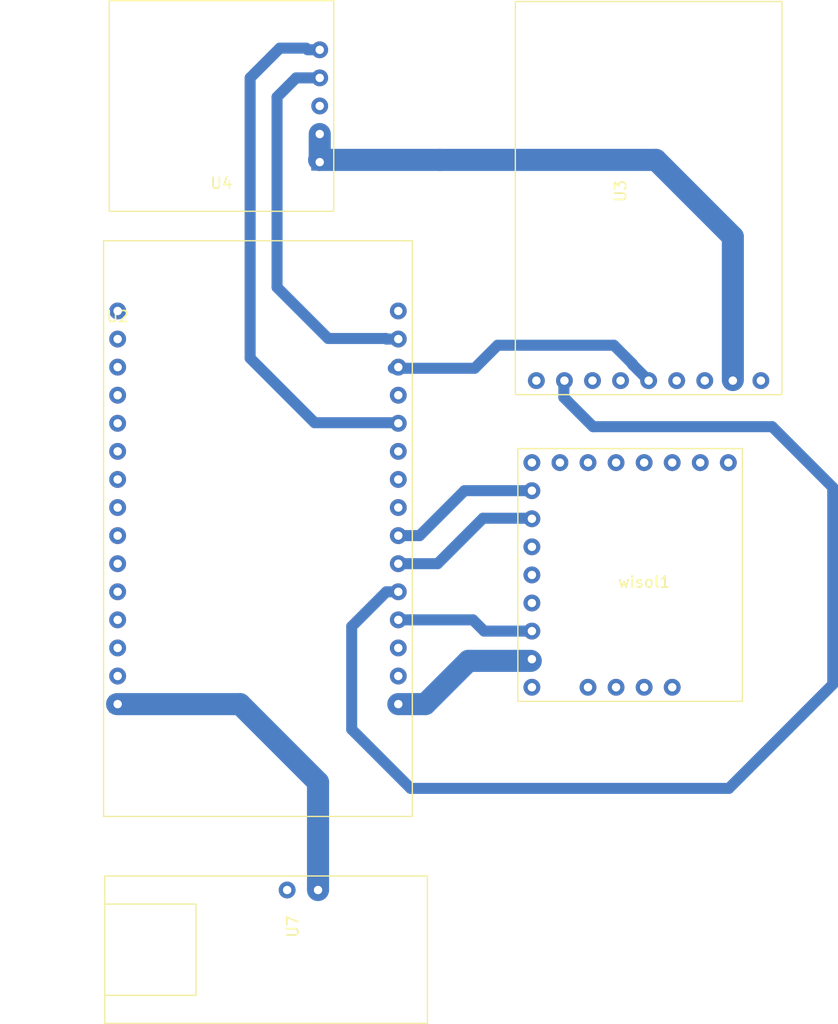
<source format=kicad_pcb>
(kicad_pcb (version 20171130) (host pcbnew "(5.1.4)-1")

  (general
    (thickness 1.6)
    (drawings 0)
    (tracks 53)
    (zones 0)
    (modules 5)
    (nets 12)
  )

  (page A4)
  (layers
    (0 F.Cu signal)
    (31 B.Cu signal)
    (32 B.Adhes user)
    (33 F.Adhes user)
    (34 B.Paste user)
    (35 F.Paste user)
    (36 B.SilkS user)
    (37 F.SilkS user)
    (38 B.Mask user)
    (39 F.Mask user)
    (40 Dwgs.User user)
    (41 Cmts.User user)
    (42 Eco1.User user)
    (43 Eco2.User user)
    (44 Edge.Cuts user)
    (45 Margin user)
    (46 B.CrtYd user)
    (47 F.CrtYd user)
    (48 B.Fab user)
    (49 F.Fab user)
  )

  (setup
    (last_trace_width 2)
    (user_trace_width 1)
    (user_trace_width 2)
    (trace_clearance 0.2)
    (zone_clearance 0.508)
    (zone_45_only no)
    (trace_min 0.2)
    (via_size 0.8)
    (via_drill 0.4)
    (via_min_size 0.4)
    (via_min_drill 0.3)
    (uvia_size 0.3)
    (uvia_drill 0.1)
    (uvias_allowed no)
    (uvia_min_size 0.2)
    (uvia_min_drill 0.1)
    (edge_width 0.05)
    (segment_width 0.2)
    (pcb_text_width 0.3)
    (pcb_text_size 1.5 1.5)
    (mod_edge_width 0.12)
    (mod_text_size 1 1)
    (mod_text_width 0.15)
    (pad_size 1.524 1.524)
    (pad_drill 0.762)
    (pad_to_mask_clearance 0.051)
    (solder_mask_min_width 0.25)
    (aux_axis_origin 0 0)
    (visible_elements 7FFFFFFF)
    (pcbplotparams
      (layerselection 0x010fc_ffffffff)
      (usegerberextensions false)
      (usegerberattributes false)
      (usegerberadvancedattributes false)
      (creategerberjobfile false)
      (excludeedgelayer true)
      (linewidth 0.100000)
      (plotframeref false)
      (viasonmask false)
      (mode 1)
      (useauxorigin false)
      (hpglpennumber 1)
      (hpglpenspeed 20)
      (hpglpendiameter 15.000000)
      (psnegative false)
      (psa4output false)
      (plotreference true)
      (plotvalue true)
      (plotinvisibletext false)
      (padsonsilk false)
      (subtractmaskfromsilk false)
      (outputformat 1)
      (mirror false)
      (drillshape 1)
      (scaleselection 1)
      (outputdirectory ""))
  )

  (net 0 "")
  (net 1 TX0)
  (net 2 GND)
  (net 3 3.3V)
  (net 4 VBAT)
  (net 5 RX2)
  (net 6 TX2)
  (net 7 SDA)
  (net 8 SCL)
  (net 9 EN_GPS)
  (net 10 3V3)
  (net 11 RST_WSL)

  (net_class Default "Ceci est la Netclass par défaut."
    (clearance 0.2)
    (trace_width 0.25)
    (via_dia 0.8)
    (via_drill 0.4)
    (uvia_dia 0.3)
    (uvia_drill 0.1)
    (add_net 3.3V)
    (add_net 3V3)
    (add_net EN_GPS)
    (add_net GND)
    (add_net "Net-(U2-Pad1)")
    (add_net "Net-(U2-Pad10)")
    (add_net "Net-(U2-Pad11)")
    (add_net "Net-(U2-Pad12)")
    (add_net "Net-(U2-Pad13)")
    (add_net "Net-(U2-Pad14)")
    (add_net "Net-(U2-Pad18)")
    (add_net "Net-(U2-Pad2)")
    (add_net "Net-(U2-Pad23)")
    (add_net "Net-(U2-Pad24)")
    (add_net "Net-(U2-Pad25)")
    (add_net "Net-(U2-Pad27)")
    (add_net "Net-(U2-Pad3)")
    (add_net "Net-(U2-Pad30)")
    (add_net "Net-(U2-Pad4)")
    (add_net "Net-(U2-Pad5)")
    (add_net "Net-(U2-Pad6)")
    (add_net "Net-(U2-Pad7)")
    (add_net "Net-(U2-Pad8)")
    (add_net "Net-(U2-Pad9)")
    (add_net "Net-(U3-Pad1)")
    (add_net "Net-(U3-Pad3)")
    (add_net "Net-(U3-Pad4)")
    (add_net "Net-(U3-Pad6)")
    (add_net "Net-(U3-Pad9)")
    (add_net "Net-(wisol1-Pad10)")
    (add_net "Net-(wisol1-Pad11)")
    (add_net "Net-(wisol1-Pad12)")
    (add_net "Net-(wisol1-Pad13)")
    (add_net "Net-(wisol1-Pad14)")
    (add_net "Net-(wisol1-Pad15)")
    (add_net "Net-(wisol1-Pad16)")
    (add_net "Net-(wisol1-Pad17)")
    (add_net "Net-(wisol1-Pad18)")
    (add_net "Net-(wisol1-Pad3)")
    (add_net "Net-(wisol1-Pad4)")
    (add_net "Net-(wisol1-Pad5)")
    (add_net "Net-(wisol1-Pad9)")
    (add_net RST_WSL)
    (add_net RX2)
    (add_net SCL)
    (add_net SDA)
    (add_net TX0)
    (add_net TX2)
    (add_net VBAT)
  )

  (module track_chip:GPS_PA6H (layer F.Cu) (tedit 6023BC0C) (tstamp 60241757)
    (at 142.6972 84.5312 90)
    (path /60213494)
    (fp_text reference U3 (at 17.145 7.62 90) (layer F.SilkS)
      (effects (font (size 1 1) (thickness 0.15)))
    )
    (fp_text value GPS_PA6H (at 17.145 3.81 90) (layer F.Fab)
      (effects (font (size 1 1) (thickness 0.15)))
    )
    (fp_line (start -1.27 -0.635) (end -1.27 -1.905) (layer F.SilkS) (width 0.12))
    (fp_line (start 34.29 22.225) (end 34.29 20.955) (layer F.SilkS) (width 0.12))
    (fp_line (start 34.29 -1.905) (end 34.29 -1.27) (layer F.SilkS) (width 0.12))
    (fp_line (start -1.27 -0.635) (end -1.27 22.225) (layer F.SilkS) (width 0.12))
    (fp_line (start -1.27 22.225) (end 34.29 22.225) (layer F.SilkS) (width 0.12))
    (fp_line (start 34.29 -1.27) (end 34.29 20.955) (layer F.SilkS) (width 0.12))
    (fp_line (start -1.27 -1.905) (end 34.29 -1.905) (layer F.SilkS) (width 0.12))
    (pad 9 thru_hole circle (at 0 20.32 90) (size 1.524 1.524) (drill 0.762) (layers *.Cu *.Mask))
    (pad 8 thru_hole circle (at 0 17.78 90) (size 1.524 1.524) (drill 0.762) (layers *.Cu *.Mask)
      (net 3 3.3V))
    (pad 7 thru_hole circle (at 0 15.24 90) (size 1.524 1.524) (drill 0.762) (layers *.Cu *.Mask)
      (net 2 GND))
    (pad 6 thru_hole circle (at 0 12.7 90) (size 1.524 1.524) (drill 0.762) (layers *.Cu *.Mask))
    (pad 5 thru_hole circle (at 0 10.16 90) (size 1.524 1.524) (drill 0.762) (layers *.Cu *.Mask)
      (net 1 TX0))
    (pad 4 thru_hole circle (at 0 7.62 90) (size 1.524 1.524) (drill 0.762) (layers *.Cu *.Mask))
    (pad 3 thru_hole circle (at 0 5.08 90) (size 1.524 1.524) (drill 0.762) (layers *.Cu *.Mask))
    (pad 2 thru_hole circle (at 0 2.54 90) (size 1.524 1.524) (drill 0.762) (layers *.Cu *.Mask)
      (net 9 EN_GPS))
    (pad 1 thru_hole circle (at 0 0 90) (size 1.524 1.524) (drill 0.762) (layers *.Cu *.Mask))
  )

  (module track_chip:charger_mr010 (layer F.Cu) (tedit 60215261) (tstamp 6022B153)
    (at 122.682 130.6068 270)
    (path /60216DFB)
    (fp_text reference U7 (at 3.302 2.032 90) (layer F.SilkS)
      (effects (font (size 1 1) (thickness 0.15)))
    )
    (fp_text value charger_mr010 (at 0 -2.032 90) (layer F.Fab)
      (effects (font (size 1 1) (thickness 0.15)))
    )
    (fp_line (start -1.27 0) (end -1.27 -10.16) (layer F.SilkS) (width 0.12))
    (fp_line (start -1.27 -10.16) (end 12.065 -10.16) (layer F.SilkS) (width 0.12))
    (fp_line (start 12.065 -10.16) (end 12.065 0) (layer F.SilkS) (width 0.12))
    (fp_line (start -1.27 0) (end -1.27 19.05) (layer F.SilkS) (width 0.12))
    (fp_line (start -1.27 19.05) (end 12.065 19.05) (layer F.SilkS) (width 0.12))
    (fp_line (start 12.065 19.05) (end 12.065 0) (layer F.SilkS) (width 0.12))
    (fp_line (start 1.905 10.795) (end 9.525 10.795) (layer F.SilkS) (width 0.12))
    (fp_line (start 9.525 10.795) (end 9.525 19.05) (layer F.SilkS) (width 0.12))
    (fp_line (start 1.27 10.795) (end 1.905 10.795) (layer F.SilkS) (width 0.12))
    (fp_line (start 1.27 10.795) (end 1.27 19.05) (layer F.SilkS) (width 0.12))
    (pad 1 thru_hole circle (at 0 -0.254 270) (size 1.524 1.524) (drill 0.762) (layers *.Cu *.Mask)
      (net 4 VBAT))
    (pad 2 thru_hole circle (at 0 2.54 270) (size 1.524 1.524) (drill 0.762) (layers *.Cu *.Mask)
      (net 2 GND))
  )

  (module track_chip:esp32 (layer F.Cu) (tedit 6021140E) (tstamp 6021A644)
    (at 104.8004 78.232)
    (path /6021AB3C)
    (fp_text reference U2 (at 0 0.5) (layer F.SilkS)
      (effects (font (size 1 1) (thickness 0.15)))
    )
    (fp_text value esp32_NodeMCU-track_chip (at 0 -0.5) (layer F.Fab)
      (effects (font (size 1 1) (thickness 0.15)))
    )
    (fp_line (start -1.27 -6.35) (end 26.67 -6.35) (layer F.SilkS) (width 0.12))
    (fp_line (start -1.27 -6.35) (end -1.27 35.56) (layer F.SilkS) (width 0.12))
    (fp_line (start 26.67 -6.35) (end 26.67 35.56) (layer F.SilkS) (width 0.12))
    (fp_line (start 26.67 35.56) (end 26.67 45.72) (layer F.SilkS) (width 0.12))
    (fp_line (start 26.67 45.72) (end -1.27 45.72) (layer F.SilkS) (width 0.12))
    (fp_line (start -1.27 45.72) (end -1.27 35.56) (layer F.SilkS) (width 0.12))
    (pad 1 thru_hole circle (at 0 0) (size 1.524 1.524) (drill 0.762) (layers *.Cu *.Mask))
    (pad 2 thru_hole circle (at 0 2.54) (size 1.524 1.524) (drill 0.762) (layers *.Cu *.Mask))
    (pad 3 thru_hole circle (at 0 5.08) (size 1.524 1.524) (drill 0.762) (layers *.Cu *.Mask))
    (pad 4 thru_hole circle (at 0 7.62) (size 1.524 1.524) (drill 0.762) (layers *.Cu *.Mask))
    (pad 5 thru_hole circle (at 0 10.16) (size 1.524 1.524) (drill 0.762) (layers *.Cu *.Mask))
    (pad 6 thru_hole circle (at 0 12.7) (size 1.524 1.524) (drill 0.762) (layers *.Cu *.Mask))
    (pad 7 thru_hole circle (at 0 15.24) (size 1.524 1.524) (drill 0.762) (layers *.Cu *.Mask))
    (pad 8 thru_hole circle (at 0 17.78) (size 1.524 1.524) (drill 0.762) (layers *.Cu *.Mask))
    (pad 9 thru_hole circle (at 0 20.32) (size 1.524 1.524) (drill 0.762) (layers *.Cu *.Mask))
    (pad 10 thru_hole circle (at 0 22.86) (size 1.524 1.524) (drill 0.762) (layers *.Cu *.Mask))
    (pad 11 thru_hole circle (at 0 25.4) (size 1.524 1.524) (drill 0.762) (layers *.Cu *.Mask))
    (pad 12 thru_hole circle (at 0 27.94) (size 1.524 1.524) (drill 0.762) (layers *.Cu *.Mask))
    (pad 13 thru_hole circle (at 0 30.48) (size 1.524 1.524) (drill 0.762) (layers *.Cu *.Mask))
    (pad 15 thru_hole rect (at 0 35.56) (size 1.524 1.524) (drill 0.762) (layers *.Cu *.Mask)
      (net 4 VBAT))
    (pad 16 thru_hole circle (at 25.4 35.56) (size 1.524 1.524) (drill 0.762) (layers *.Cu *.Mask)
      (net 10 3V3))
    (pad 17 thru_hole circle (at 25.4 33.02) (size 1.524 1.524) (drill 0.762) (layers *.Cu *.Mask)
      (net 2 GND))
    (pad 18 thru_hole circle (at 25.4 30.48) (size 1.524 1.524) (drill 0.762) (layers *.Cu *.Mask))
    (pad 19 thru_hole circle (at 25.4 27.94) (size 1.524 1.524) (drill 0.762) (layers *.Cu *.Mask)
      (net 11 RST_WSL))
    (pad 20 thru_hole circle (at 25.4 25.4) (size 1.524 1.524) (drill 0.762) (layers *.Cu *.Mask)
      (net 9 EN_GPS))
    (pad 21 thru_hole circle (at 25.4 22.86) (size 1.524 1.524) (drill 0.762) (layers *.Cu *.Mask)
      (net 5 RX2))
    (pad 22 thru_hole circle (at 25.4 20.32) (size 1.524 1.524) (drill 0.762) (layers *.Cu *.Mask)
      (net 6 TX2))
    (pad 23 thru_hole circle (at 25.4 17.78) (size 1.524 1.524) (drill 0.762) (layers *.Cu *.Mask))
    (pad 24 thru_hole circle (at 25.4 15.24) (size 1.524 1.524) (drill 0.762) (layers *.Cu *.Mask))
    (pad 25 thru_hole circle (at 25.4 12.7) (size 1.524 1.524) (drill 0.762) (layers *.Cu *.Mask))
    (pad 26 thru_hole circle (at 25.4 10.16) (size 1.524 1.524) (drill 0.762) (layers *.Cu *.Mask)
      (net 7 SDA))
    (pad 27 thru_hole circle (at 25.4 7.62) (size 1.524 1.524) (drill 0.762) (layers *.Cu *.Mask))
    (pad 28 thru_hole circle (at 25.4 5.08) (size 1.524 1.524) (drill 0.762) (layers *.Cu *.Mask)
      (net 1 TX0))
    (pad 14 thru_hole circle (at 0 33.02) (size 1.524 1.524) (drill 0.762) (layers *.Cu *.Mask))
    (pad 29 thru_hole circle (at 25.4 2.54) (size 1.524 1.524) (drill 0.762) (layers *.Cu *.Mask)
      (net 8 SCL))
    (pad 30 thru_hole circle (at 25.4 0) (size 1.524 1.524) (drill 0.762) (layers *.Cu *.Mask))
  )

  (module track_chip:bmp180 (layer F.Cu) (tedit 60210CF6) (tstamp 60240FF5)
    (at 123.0884 64.77 180)
    (path /6021BEE0)
    (fp_text reference U4 (at 8.89 -1.905) (layer F.SilkS)
      (effects (font (size 1 1) (thickness 0.15)))
    )
    (fp_text value bmp180-track_chip (at 8.255 0) (layer F.Fab)
      (effects (font (size 1 1) (thickness 0.15)))
    )
    (fp_line (start -1.27 10.16) (end -1.27 14.605) (layer F.SilkS) (width 0.12))
    (fp_line (start -1.27 14.605) (end 19.05 14.605) (layer F.SilkS) (width 0.12))
    (fp_line (start 19.05 14.605) (end 19.05 0) (layer F.SilkS) (width 0.12))
    (fp_line (start 19.05 0) (end 19.05 -4.445) (layer F.SilkS) (width 0.12))
    (fp_line (start 19.05 -4.445) (end -1.27 -4.445) (layer F.SilkS) (width 0.12))
    (fp_line (start -1.27 -4.445) (end -1.27 10.16) (layer F.SilkS) (width 0.12))
    (pad 1 thru_hole rect (at 0 0 180) (size 1.524 1.524) (drill 0.762) (layers *.Cu *.Mask)
      (net 3 3.3V))
    (pad 2 thru_hole circle (at 0 2.54 180) (size 1.524 1.524) (drill 0.762) (layers *.Cu *.Mask)
      (net 3 3.3V))
    (pad 3 thru_hole circle (at 0 5.08 180) (size 1.524 1.524) (drill 0.762) (layers *.Cu *.Mask)
      (net 2 GND))
    (pad 4 thru_hole circle (at 0 7.62 180) (size 1.524 1.524) (drill 0.762) (layers *.Cu *.Mask)
      (net 8 SCL))
    (pad 5 thru_hole circle (at 0 10.16 180) (size 1.524 1.524) (drill 0.762) (layers *.Cu *.Mask)
      (net 7 SDA))
  )

  (module track_chip:BRWS01 (layer F.Cu) (tedit 6023B98D) (tstamp 60240E1A)
    (at 142.2908 94.488)
    (path /6023C08F)
    (fp_text reference wisol1 (at 10.16 8.255) (layer F.SilkS)
      (effects (font (size 1 1) (thickness 0.15)))
    )
    (fp_text value brkws01 (at 9.525 2.54) (layer F.Fab)
      (effects (font (size 1 1) (thickness 0.15)))
    )
    (fp_line (start -1.27 -3.81) (end 19.05 -3.81) (layer F.SilkS) (width 0.12))
    (fp_line (start -1.27 19.05) (end 19.05 19.05) (layer F.SilkS) (width 0.12))
    (fp_line (start 19.05 -3.81) (end 19.05 19.05) (layer F.SilkS) (width 0.12))
    (fp_line (start -1.27 -3.81) (end -1.27 19.05) (layer F.SilkS) (width 0.12))
    (pad 1 thru_hole circle (at 0 0) (size 1.524 1.524) (drill 0.762) (layers *.Cu *.Mask)
      (net 6 TX2))
    (pad 2 thru_hole circle (at 0 2.54) (size 1.524 1.524) (drill 0.762) (layers *.Cu *.Mask)
      (net 5 RX2))
    (pad 3 thru_hole circle (at 0 5.08) (size 1.524 1.524) (drill 0.762) (layers *.Cu *.Mask))
    (pad 4 thru_hole circle (at 0 7.62) (size 1.524 1.524) (drill 0.762) (layers *.Cu *.Mask))
    (pad 5 thru_hole circle (at 0 10.16) (size 1.524 1.524) (drill 0.762) (layers *.Cu *.Mask))
    (pad 6 thru_hole circle (at 0 12.7) (size 1.524 1.524) (drill 0.762) (layers *.Cu *.Mask)
      (net 11 RST_WSL))
    (pad 7 thru_hole circle (at 0 15.24) (size 1.524 1.524) (drill 0.762) (layers *.Cu *.Mask)
      (net 10 3V3))
    (pad 8 thru_hole circle (at 0 17.78) (size 1.524 1.524) (drill 0.762) (layers *.Cu *.Mask)
      (net 2 GND))
    (pad 9 thru_hole circle (at 5.08 17.78) (size 1.524 1.524) (drill 0.762) (layers *.Cu *.Mask))
    (pad 10 thru_hole circle (at 7.62 17.78) (size 1.524 1.524) (drill 0.762) (layers *.Cu *.Mask))
    (pad 11 thru_hole circle (at 10.16 17.78) (size 1.524 1.524) (drill 0.762) (layers *.Cu *.Mask))
    (pad 12 thru_hole circle (at 12.7 17.78) (size 1.524 1.524) (drill 0.762) (layers *.Cu *.Mask))
    (pad 13 thru_hole circle (at 17.78 -2.54) (size 1.524 1.524) (drill 0.762) (layers *.Cu *.Mask))
    (pad 14 thru_hole circle (at 15.24 -2.54) (size 1.524 1.524) (drill 0.762) (layers *.Cu *.Mask))
    (pad 15 thru_hole circle (at 12.7 -2.54) (size 1.524 1.524) (drill 0.762) (layers *.Cu *.Mask))
    (pad 16 thru_hole circle (at 10.16 -2.54) (size 1.524 1.524) (drill 0.762) (layers *.Cu *.Mask))
    (pad 17 thru_hole circle (at 7.62 -2.54) (size 1.524 1.524) (drill 0.762) (layers *.Cu *.Mask))
    (pad 18 thru_hole circle (at 5.08 -2.54) (size 1.524 1.524) (drill 0.762) (layers *.Cu *.Mask))
    (pad 19 thru_hole circle (at 2.54 -2.54) (size 1.524 1.524) (drill 0.762) (layers *.Cu *.Mask))
    (pad 20 thru_hole circle (at 0 -2.54) (size 1.524 1.524) (drill 0.762) (layers *.Cu *.Mask))
  )

  (segment (start 151.395199 83.069199) (end 151.395199 83.018399) (width 1) (layer B.Cu) (net 1))
  (segment (start 152.8572 84.5312) (end 151.395199 83.069199) (width 1) (layer B.Cu) (net 1))
  (segment (start 151.395199 83.018399) (end 149.7076 81.3308) (width 1) (layer B.Cu) (net 1))
  (segment (start 149.7076 81.3308) (end 139.192 81.3308) (width 1) (layer B.Cu) (net 1))
  (segment (start 139.192 81.3308) (end 137.1092 83.4136) (width 1) (layer B.Cu) (net 1))
  (segment (start 137.1092 83.4136) (end 129.7432 83.4136) (width 1) (layer B.Cu) (net 1))
  (segment (start 123.0884 62.23) (end 123.0884 64.516) (width 2) (layer B.Cu) (net 3))
  (segment (start 123.0884 64.516) (end 123.0376 64.5668) (width 2) (layer B.Cu) (net 3))
  (segment (start 123.0376 64.5668) (end 133.9596 64.5668) (width 2) (layer B.Cu) (net 3))
  (segment (start 133.9596 64.5668) (end 153.5176 64.5668) (width 2) (layer B.Cu) (net 3))
  (segment (start 153.5176 64.5668) (end 160.4772 71.5264) (width 2) (layer B.Cu) (net 3))
  (segment (start 160.4772 71.5264) (end 160.4772 84.4804) (width 2) (layer B.Cu) (net 3))
  (segment (start 122.936 130.6068) (end 122.936 120.8532) (width 2) (layer B.Cu) (net 4))
  (segment (start 122.936 120.8532) (end 115.8748 113.792) (width 2) (layer B.Cu) (net 4))
  (segment (start 115.8748 113.792) (end 104.7496 113.792) (width 2) (layer B.Cu) (net 4))
  (segment (start 130.2004 101.092) (end 133.7564 101.092) (width 1) (layer B.Cu) (net 5))
  (segment (start 133.7564 101.092) (end 137.8712 96.9772) (width 1) (layer B.Cu) (net 5))
  (segment (start 137.8712 96.9772) (end 142.2908 96.9772) (width 1) (layer B.Cu) (net 5))
  (segment (start 130.2004 98.552) (end 132.1308 98.552) (width 1) (layer B.Cu) (net 6))
  (segment (start 132.1308 98.552) (end 136.1948 94.488) (width 1) (layer B.Cu) (net 6))
  (segment (start 136.1948 94.488) (end 142.1892 94.488) (width 1) (layer B.Cu) (net 6))
  (segment (start 122.01077 54.61) (end 121.85837 54.4576) (width 1) (layer B.Cu) (net 7))
  (segment (start 123.0884 54.61) (end 122.01077 54.61) (width 1) (layer B.Cu) (net 7))
  (segment (start 121.85837 54.4576) (end 119.4816 54.4576) (width 1) (layer B.Cu) (net 7))
  (segment (start 119.4816 54.4576) (end 116.7892 57.15) (width 1) (layer B.Cu) (net 7))
  (segment (start 116.7892 57.15) (end 116.7892 82.4992) (width 1) (layer B.Cu) (net 7))
  (segment (start 116.7892 82.4992) (end 122.6312 88.3412) (width 1) (layer B.Cu) (net 7))
  (segment (start 122.6312 88.3412) (end 130.2512 88.3412) (width 1) (layer B.Cu) (net 7))
  (segment (start 123.0884 57.15) (end 120.9548 57.15) (width 1) (layer B.Cu) (net 8))
  (segment (start 120.9548 57.15) (end 119.2276 58.8772) (width 1) (layer B.Cu) (net 8))
  (segment (start 119.2276 58.8772) (end 119.2276 76.0984) (width 1) (layer B.Cu) (net 8))
  (segment (start 129.12277 80.772) (end 129.07197 80.7212) (width 1) (layer B.Cu) (net 8))
  (segment (start 130.2004 80.772) (end 129.12277 80.772) (width 1) (layer B.Cu) (net 8))
  (segment (start 123.8504 80.7212) (end 119.2276 76.0984) (width 1) (layer B.Cu) (net 8))
  (segment (start 129.07197 80.7212) (end 123.8504 80.7212) (width 1) (layer B.Cu) (net 8))
  (segment (start 125.984 116.078) (end 131.318 121.412) (width 1) (layer B.Cu) (net 9))
  (segment (start 130.2004 103.632) (end 129.12277 103.632) (width 1) (layer B.Cu) (net 9))
  (segment (start 129.12277 103.632) (end 125.984 106.77077) (width 1) (layer B.Cu) (net 9))
  (segment (start 131.318 121.412) (end 160.1216 121.412) (width 1) (layer B.Cu) (net 9))
  (segment (start 160.1216 121.412) (end 169.5196 112.014) (width 1) (layer B.Cu) (net 9))
  (segment (start 125.984 106.77077) (end 125.984 116.078) (width 1) (layer B.Cu) (net 9))
  (segment (start 169.5196 112.014) (end 169.5196 94.1832) (width 1) (layer B.Cu) (net 9))
  (segment (start 169.5196 94.1832) (end 164.0332 88.6968) (width 1) (layer B.Cu) (net 9))
  (segment (start 164.0332 88.6968) (end 147.828 88.6968) (width 1) (layer B.Cu) (net 9))
  (segment (start 147.828 88.6968) (end 145.1864 86.0552) (width 1) (layer B.Cu) (net 9))
  (segment (start 145.1864 86.0552) (end 145.1864 84.5312) (width 1) (layer B.Cu) (net 9))
  (segment (start 130.2004 113.792) (end 132.6388 113.792) (width 2) (layer B.Cu) (net 10))
  (segment (start 132.6388 113.792) (end 136.5504 109.8804) (width 2) (layer B.Cu) (net 10))
  (segment (start 136.5504 109.8804) (end 142.1892 109.8804) (width 2) (layer B.Cu) (net 10))
  (segment (start 130.2004 106.172) (end 131.27803 106.172) (width 1) (layer B.Cu) (net 11))
  (segment (start 131.27803 106.172) (end 136.9568 106.172) (width 1) (layer B.Cu) (net 11))
  (segment (start 136.9568 106.172) (end 137.9728 107.188) (width 1) (layer B.Cu) (net 11))
  (segment (start 137.9728 107.188) (end 142.1892 107.188) (width 1) (layer B.Cu) (net 11))

)

</source>
